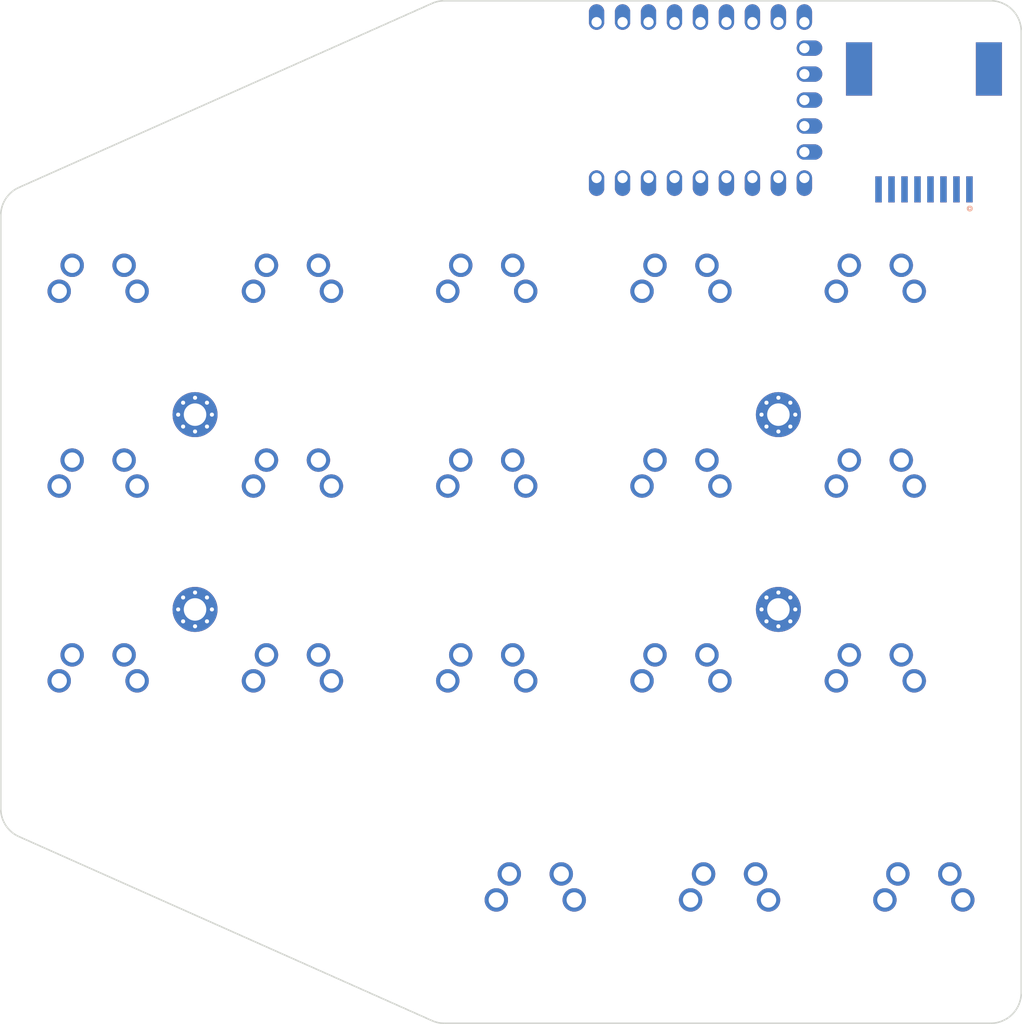
<source format=kicad_pcb>

            
(kicad_pcb (version 20171130) (host pcbnew 5.1.6)

  (page A3)
  (title_block
    (title atma_pcb)
    (rev v1.0.0)
    (company Unknown)
  )

  (general
    (thickness 1.6)
  )

  (layers
    (0 F.Cu signal)
    (31 B.Cu signal)
    (32 B.Adhes user)
    (33 F.Adhes user)
    (34 B.Paste user)
    (35 F.Paste user)
    (36 B.SilkS user)
    (37 F.SilkS user)
    (38 B.Mask user)
    (39 F.Mask user)
    (40 Dwgs.User user)
    (41 Cmts.User user)
    (42 Eco1.User user)
    (43 Eco2.User user)
    (44 Edge.Cuts user)
    (45 Margin user)
    (46 B.CrtYd user)
    (47 F.CrtYd user)
    (48 B.Fab user)
    (49 F.Fab user)
  )

  (setup
    (last_trace_width 0.25)
    (trace_clearance 0.2)
    (zone_clearance 0.508)
    (zone_45_only no)
    (trace_min 0.2)
    (via_size 0.8)
    (via_drill 0.4)
    (via_min_size 0.4)
    (via_min_drill 0.3)
    (uvia_size 0.3)
    (uvia_drill 0.1)
    (uvias_allowed no)
    (uvia_min_size 0.2)
    (uvia_min_drill 0.1)
    (edge_width 0.05)
    (segment_width 0.2)
    (pcb_text_width 0.3)
    (pcb_text_size 1.5 1.5)
    (mod_edge_width 0.12)
    (mod_text_size 1 1)
    (mod_text_width 0.15)
    (pad_size 1.524 1.524)
    (pad_drill 0.762)
    (pad_to_mask_clearance 0.05)
    (aux_axis_origin 0 0)
    (visible_elements FFFFFF7F)
    (pcbplotparams
      (layerselection 0x010fc_ffffffff)
      (usegerberextensions false)
      (usegerberattributes true)
      (usegerberadvancedattributes true)
      (creategerberjobfile true)
      (excludeedgelayer true)
      (linewidth 0.100000)
      (plotframeref false)
      (viasonmask false)
      (mode 1)
      (useauxorigin false)
      (hpglpennumber 1)
      (hpglpenspeed 20)
      (hpglpendiameter 15.000000)
      (psnegative false)
      (psa4output false)
      (plotreference true)
      (plotvalue true)
      (plotinvisibletext false)
      (padsonsilk false)
      (subtractmaskfromsilk false)
      (outputformat 1)
      (mirror false)
      (drillshape 1)
      (scaleselection 1)
      (outputdirectory ""))
  )

            (net 0 "")
(net 1 "matrix_pinky_bottom")
(net 2 "GND")
(net 3 "matrix_pinky_home")
(net 4 "matrix_pinky_top")
(net 5 "matrix_ring_bottom")
(net 6 "matrix_ring_home")
(net 7 "matrix_ring_top")
(net 8 "matrix_middle_bottom")
(net 9 "matrix_middle_home")
(net 10 "matrix_middle_top")
(net 11 "matrix_index_bottom")
(net 12 "matrix_index_home")
(net 13 "matrix_index_top")
(net 14 "matrix_inner_bottom")
(net 15 "matrix_inner_home")
(net 16 "matrix_inner_top")
(net 17 "thumbfan_near_home")
(net 18 "thumbfan_home_home")
(net 19 "thumbfan_far_home")
(net 20 "GP8")
(net 21 "GP9")
(net 22 "3V3")
(net 23 "5V")
            
  (net_class Default "This is the default net class."
    (clearance 0.2)
    (trace_width 0.25)
    (via_dia 0.8)
    (via_drill 0.4)
    (uvia_dia 0.3)
    (uvia_drill 0.1)
    (add_net "")
(add_net "matrix_pinky_bottom")
(add_net "GND")
(add_net "matrix_pinky_home")
(add_net "matrix_pinky_top")
(add_net "matrix_ring_bottom")
(add_net "matrix_ring_home")
(add_net "matrix_ring_top")
(add_net "matrix_middle_bottom")
(add_net "matrix_middle_home")
(add_net "matrix_middle_top")
(add_net "matrix_index_bottom")
(add_net "matrix_index_home")
(add_net "matrix_index_top")
(add_net "matrix_inner_bottom")
(add_net "matrix_inner_home")
(add_net "matrix_inner_top")
(add_net "thumbfan_near_home")
(add_net "thumbfan_home_home")
(add_net "thumbfan_far_home")
(add_net "GP8")
(add_net "GP9")
(add_net "3V3")
(add_net "5V")
  )

            
        
      (module MX (layer F.Cu) (tedit 5DD4F656)
      (at 152.4 152.4 0)

      
      (fp_text reference "S1" (at 0 0) (layer F.SilkS) hide (effects (font (size 1.27 1.27) (thickness 0.15))))
      (fp_text value "" (at 0 0) (layer F.SilkS) hide (effects (font (size 1.27 1.27) (thickness 0.15))))

      
      (fp_line (start -7 -6) (end -7 -7) (layer Dwgs.User) (width 0.15))
      (fp_line (start -7 7) (end -6 7) (layer Dwgs.User) (width 0.15))
      (fp_line (start -6 -7) (end -7 -7) (layer Dwgs.User) (width 0.15))
      (fp_line (start -7 7) (end -7 6) (layer Dwgs.User) (width 0.15))
      (fp_line (start 7 6) (end 7 7) (layer Dwgs.User) (width 0.15))
      (fp_line (start 7 -7) (end 6 -7) (layer Dwgs.User) (width 0.15))
      (fp_line (start 6 7) (end 7 7) (layer Dwgs.User) (width 0.15))
      (fp_line (start 7 -7) (end 7 -6) (layer Dwgs.User) (width 0.15))
    
      
      (pad "" np_thru_hole circle (at 0 0) (size 3.9878 3.9878) (drill 3.9878) (layers *.Cu *.Mask))

      
      (pad "" np_thru_hole circle (at 5.08 0) (size 1.7018 1.7018) (drill 1.7018) (layers *.Cu *.Mask))
      (pad "" np_thru_hole circle (at -5.08 0) (size 1.7018 1.7018) (drill 1.7018) (layers *.Cu *.Mask))
      
        
      
      (fp_line (start -9.5 -9.5) (end 9.5 -9.5) (layer Dwgs.User) (width 0.15))
      (fp_line (start 9.5 -9.5) (end 9.5 9.5) (layer Dwgs.User) (width 0.15))
      (fp_line (start 9.5 9.5) (end -9.5 9.5) (layer Dwgs.User) (width 0.15))
      (fp_line (start -9.5 9.5) (end -9.5 -9.5) (layer Dwgs.User) (width 0.15))
      
        
            
            (pad 1 thru_hole circle (at 2.54 -5.08) (size 2.286 2.286) (drill 1.4986) (layers *.Cu *.Mask) (net 1 "matrix_pinky_bottom"))
            (pad 2 thru_hole circle (at -3.81 -2.54) (size 2.286 2.286) (drill 1.4986) (layers *.Cu *.Mask) (net 2 "GND"))
          
            (pad "" np_thru_hole circle (at 2.54 5.08) (size 1.5 1.5) (drill 1.5) (layers *.Cu *.Mask))
            (pad "" np_thru_hole circle (at -3.81 2.54) (size 1.5 1.5) (drill 1.5) (layers *.Cu *.Mask))
          
        
            
            (pad 1 thru_hole circle (at -2.54 -5.08) (size 2.286 2.286) (drill 1.4986) (layers *.Cu *.Mask) (net 1 "matrix_pinky_bottom"))
            (pad 2 thru_hole circle (at 3.81 -2.54) (size 2.286 2.286) (drill 1.4986) (layers *.Cu *.Mask) (net 2 "GND"))
          
            (pad "" np_thru_hole circle (at -2.54 5.08) (size 1.5 1.5) (drill 1.5) (layers *.Cu *.Mask))
            (pad "" np_thru_hole circle (at 3.81 2.54) (size 1.5 1.5) (drill 1.5) (layers *.Cu *.Mask))
          )
        

        
      (module MX (layer F.Cu) (tedit 5DD4F656)
      (at 152.4 133.35 0)

      
      (fp_text reference "S2" (at 0 0) (layer F.SilkS) hide (effects (font (size 1.27 1.27) (thickness 0.15))))
      (fp_text value "" (at 0 0) (layer F.SilkS) hide (effects (font (size 1.27 1.27) (thickness 0.15))))

      
      (fp_line (start -7 -6) (end -7 -7) (layer Dwgs.User) (width 0.15))
      (fp_line (start -7 7) (end -6 7) (layer Dwgs.User) (width 0.15))
      (fp_line (start -6 -7) (end -7 -7) (layer Dwgs.User) (width 0.15))
      (fp_line (start -7 7) (end -7 6) (layer Dwgs.User) (width 0.15))
      (fp_line (start 7 6) (end 7 7) (layer Dwgs.User) (width 0.15))
      (fp_line (start 7 -7) (end 6 -7) (layer Dwgs.User) (width 0.15))
      (fp_line (start 6 7) (end 7 7) (layer Dwgs.User) (width 0.15))
      (fp_line (start 7 -7) (end 7 -6) (layer Dwgs.User) (width 0.15))
    
      
      (pad "" np_thru_hole circle (at 0 0) (size 3.9878 3.9878) (drill 3.9878) (layers *.Cu *.Mask))

      
      (pad "" np_thru_hole circle (at 5.08 0) (size 1.7018 1.7018) (drill 1.7018) (layers *.Cu *.Mask))
      (pad "" np_thru_hole circle (at -5.08 0) (size 1.7018 1.7018) (drill 1.7018) (layers *.Cu *.Mask))
      
        
      
      (fp_line (start -9.5 -9.5) (end 9.5 -9.5) (layer Dwgs.User) (width 0.15))
      (fp_line (start 9.5 -9.5) (end 9.5 9.5) (layer Dwgs.User) (width 0.15))
      (fp_line (start 9.5 9.5) (end -9.5 9.5) (layer Dwgs.User) (width 0.15))
      (fp_line (start -9.5 9.5) (end -9.5 -9.5) (layer Dwgs.User) (width 0.15))
      
        
            
            (pad 1 thru_hole circle (at 2.54 -5.08) (size 2.286 2.286) (drill 1.4986) (layers *.Cu *.Mask) (net 3 "matrix_pinky_home"))
            (pad 2 thru_hole circle (at -3.81 -2.54) (size 2.286 2.286) (drill 1.4986) (layers *.Cu *.Mask) (net 2 "GND"))
          
            (pad "" np_thru_hole circle (at 2.54 5.08) (size 1.5 1.5) (drill 1.5) (layers *.Cu *.Mask))
            (pad "" np_thru_hole circle (at -3.81 2.54) (size 1.5 1.5) (drill 1.5) (layers *.Cu *.Mask))
          
        
            
            (pad 1 thru_hole circle (at -2.54 -5.08) (size 2.286 2.286) (drill 1.4986) (layers *.Cu *.Mask) (net 3 "matrix_pinky_home"))
            (pad 2 thru_hole circle (at 3.81 -2.54) (size 2.286 2.286) (drill 1.4986) (layers *.Cu *.Mask) (net 2 "GND"))
          
            (pad "" np_thru_hole circle (at -2.54 5.08) (size 1.5 1.5) (drill 1.5) (layers *.Cu *.Mask))
            (pad "" np_thru_hole circle (at 3.81 2.54) (size 1.5 1.5) (drill 1.5) (layers *.Cu *.Mask))
          )
        

        
      (module MX (layer F.Cu) (tedit 5DD4F656)
      (at 152.4 114.3 0)

      
      (fp_text reference "S3" (at 0 0) (layer F.SilkS) hide (effects (font (size 1.27 1.27) (thickness 0.15))))
      (fp_text value "" (at 0 0) (layer F.SilkS) hide (effects (font (size 1.27 1.27) (thickness 0.15))))

      
      (fp_line (start -7 -6) (end -7 -7) (layer Dwgs.User) (width 0.15))
      (fp_line (start -7 7) (end -6 7) (layer Dwgs.User) (width 0.15))
      (fp_line (start -6 -7) (end -7 -7) (layer Dwgs.User) (width 0.15))
      (fp_line (start -7 7) (end -7 6) (layer Dwgs.User) (width 0.15))
      (fp_line (start 7 6) (end 7 7) (layer Dwgs.User) (width 0.15))
      (fp_line (start 7 -7) (end 6 -7) (layer Dwgs.User) (width 0.15))
      (fp_line (start 6 7) (end 7 7) (layer Dwgs.User) (width 0.15))
      (fp_line (start 7 -7) (end 7 -6) (layer Dwgs.User) (width 0.15))
    
      
      (pad "" np_thru_hole circle (at 0 0) (size 3.9878 3.9878) (drill 3.9878) (layers *.Cu *.Mask))

      
      (pad "" np_thru_hole circle (at 5.08 0) (size 1.7018 1.7018) (drill 1.7018) (layers *.Cu *.Mask))
      (pad "" np_thru_hole circle (at -5.08 0) (size 1.7018 1.7018) (drill 1.7018) (layers *.Cu *.Mask))
      
        
      
      (fp_line (start -9.5 -9.5) (end 9.5 -9.5) (layer Dwgs.User) (width 0.15))
      (fp_line (start 9.5 -9.5) (end 9.5 9.5) (layer Dwgs.User) (width 0.15))
      (fp_line (start 9.5 9.5) (end -9.5 9.5) (layer Dwgs.User) (width 0.15))
      (fp_line (start -9.5 9.5) (end -9.5 -9.5) (layer Dwgs.User) (width 0.15))
      
        
            
            (pad 1 thru_hole circle (at 2.54 -5.08) (size 2.286 2.286) (drill 1.4986) (layers *.Cu *.Mask) (net 4 "matrix_pinky_top"))
            (pad 2 thru_hole circle (at -3.81 -2.54) (size 2.286 2.286) (drill 1.4986) (layers *.Cu *.Mask) (net 2 "GND"))
          
            (pad "" np_thru_hole circle (at 2.54 5.08) (size 1.5 1.5) (drill 1.5) (layers *.Cu *.Mask))
            (pad "" np_thru_hole circle (at -3.81 2.54) (size 1.5 1.5) (drill 1.5) (layers *.Cu *.Mask))
          
        
            
            (pad 1 thru_hole circle (at -2.54 -5.08) (size 2.286 2.286) (drill 1.4986) (layers *.Cu *.Mask) (net 4 "matrix_pinky_top"))
            (pad 2 thru_hole circle (at 3.81 -2.54) (size 2.286 2.286) (drill 1.4986) (layers *.Cu *.Mask) (net 2 "GND"))
          
            (pad "" np_thru_hole circle (at -2.54 5.08) (size 1.5 1.5) (drill 1.5) (layers *.Cu *.Mask))
            (pad "" np_thru_hole circle (at 3.81 2.54) (size 1.5 1.5) (drill 1.5) (layers *.Cu *.Mask))
          )
        

        
      (module MX (layer F.Cu) (tedit 5DD4F656)
      (at 171.4 152.4 0)

      
      (fp_text reference "S4" (at 0 0) (layer F.SilkS) hide (effects (font (size 1.27 1.27) (thickness 0.15))))
      (fp_text value "" (at 0 0) (layer F.SilkS) hide (effects (font (size 1.27 1.27) (thickness 0.15))))

      
      (fp_line (start -7 -6) (end -7 -7) (layer Dwgs.User) (width 0.15))
      (fp_line (start -7 7) (end -6 7) (layer Dwgs.User) (width 0.15))
      (fp_line (start -6 -7) (end -7 -7) (layer Dwgs.User) (width 0.15))
      (fp_line (start -7 7) (end -7 6) (layer Dwgs.User) (width 0.15))
      (fp_line (start 7 6) (end 7 7) (layer Dwgs.User) (width 0.15))
      (fp_line (start 7 -7) (end 6 -7) (layer Dwgs.User) (width 0.15))
      (fp_line (start 6 7) (end 7 7) (layer Dwgs.User) (width 0.15))
      (fp_line (start 7 -7) (end 7 -6) (layer Dwgs.User) (width 0.15))
    
      
      (pad "" np_thru_hole circle (at 0 0) (size 3.9878 3.9878) (drill 3.9878) (layers *.Cu *.Mask))

      
      (pad "" np_thru_hole circle (at 5.08 0) (size 1.7018 1.7018) (drill 1.7018) (layers *.Cu *.Mask))
      (pad "" np_thru_hole circle (at -5.08 0) (size 1.7018 1.7018) (drill 1.7018) (layers *.Cu *.Mask))
      
        
      
      (fp_line (start -9.5 -9.5) (end 9.5 -9.5) (layer Dwgs.User) (width 0.15))
      (fp_line (start 9.5 -9.5) (end 9.5 9.5) (layer Dwgs.User) (width 0.15))
      (fp_line (start 9.5 9.5) (end -9.5 9.5) (layer Dwgs.User) (width 0.15))
      (fp_line (start -9.5 9.5) (end -9.5 -9.5) (layer Dwgs.User) (width 0.15))
      
        
            
            (pad 1 thru_hole circle (at 2.54 -5.08) (size 2.286 2.286) (drill 1.4986) (layers *.Cu *.Mask) (net 5 "matrix_ring_bottom"))
            (pad 2 thru_hole circle (at -3.81 -2.54) (size 2.286 2.286) (drill 1.4986) (layers *.Cu *.Mask) (net 2 "GND"))
          
            (pad "" np_thru_hole circle (at 2.54 5.08) (size 1.5 1.5) (drill 1.5) (layers *.Cu *.Mask))
            (pad "" np_thru_hole circle (at -3.81 2.54) (size 1.5 1.5) (drill 1.5) (layers *.Cu *.Mask))
          
        
            
            (pad 1 thru_hole circle (at -2.54 -5.08) (size 2.286 2.286) (drill 1.4986) (layers *.Cu *.Mask) (net 5 "matrix_ring_bottom"))
            (pad 2 thru_hole circle (at 3.81 -2.54) (size 2.286 2.286) (drill 1.4986) (layers *.Cu *.Mask) (net 2 "GND"))
          
            (pad "" np_thru_hole circle (at -2.54 5.08) (size 1.5 1.5) (drill 1.5) (layers *.Cu *.Mask))
            (pad "" np_thru_hole circle (at 3.81 2.54) (size 1.5 1.5) (drill 1.5) (layers *.Cu *.Mask))
          )
        

        
      (module MX (layer F.Cu) (tedit 5DD4F656)
      (at 171.4 133.35 0)

      
      (fp_text reference "S5" (at 0 0) (layer F.SilkS) hide (effects (font (size 1.27 1.27) (thickness 0.15))))
      (fp_text value "" (at 0 0) (layer F.SilkS) hide (effects (font (size 1.27 1.27) (thickness 0.15))))

      
      (fp_line (start -7 -6) (end -7 -7) (layer Dwgs.User) (width 0.15))
      (fp_line (start -7 7) (end -6 7) (layer Dwgs.User) (width 0.15))
      (fp_line (start -6 -7) (end -7 -7) (layer Dwgs.User) (width 0.15))
      (fp_line (start -7 7) (end -7 6) (layer Dwgs.User) (width 0.15))
      (fp_line (start 7 6) (end 7 7) (layer Dwgs.User) (width 0.15))
      (fp_line (start 7 -7) (end 6 -7) (layer Dwgs.User) (width 0.15))
      (fp_line (start 6 7) (end 7 7) (layer Dwgs.User) (width 0.15))
      (fp_line (start 7 -7) (end 7 -6) (layer Dwgs.User) (width 0.15))
    
      
      (pad "" np_thru_hole circle (at 0 0) (size 3.9878 3.9878) (drill 3.9878) (layers *.Cu *.Mask))

      
      (pad "" np_thru_hole circle (at 5.08 0) (size 1.7018 1.7018) (drill 1.7018) (layers *.Cu *.Mask))
      (pad "" np_thru_hole circle (at -5.08 0) (size 1.7018 1.7018) (drill 1.7018) (layers *.Cu *.Mask))
      
        
      
      (fp_line (start -9.5 -9.5) (end 9.5 -9.5) (layer Dwgs.User) (width 0.15))
      (fp_line (start 9.5 -9.5) (end 9.5 9.5) (layer Dwgs.User) (width 0.15))
      (fp_line (start 9.5 9.5) (end -9.5 9.5) (layer Dwgs.User) (width 0.15))
      (fp_line (start -9.5 9.5) (end -9.5 -9.5) (layer Dwgs.User) (width 0.15))
      
        
            
            (pad 1 thru_hole circle (at 2.54 -5.08) (size 2.286 2.286) (drill 1.4986) (layers *.Cu *.Mask) (net 6 "matrix_ring_home"))
            (pad 2 thru_hole circle (at -3.81 -2.54) (size 2.286 2.286) (drill 1.4986) (layers *.Cu *.Mask) (net 2 "GND"))
          
            (pad "" np_thru_hole circle (at 2.54 5.08) (size 1.5 1.5) (drill 1.5) (layers *.Cu *.Mask))
            (pad "" np_thru_hole circle (at -3.81 2.54) (size 1.5 1.5) (drill 1.5) (layers *.Cu *.Mask))
          
        
            
            (pad 1 thru_hole circle (at -2.54 -5.08) (size 2.286 2.286) (drill 1.4986) (layers *.Cu *.Mask) (net 6 "matrix_ring_home"))
            (pad 2 thru_hole circle (at 3.81 -2.54) (size 2.286 2.286) (drill 1.4986) (layers *.Cu *.Mask) (net 2 "GND"))
          
            (pad "" np_thru_hole circle (at -2.54 5.08) (size 1.5 1.5) (drill 1.5) (layers *.Cu *.Mask))
            (pad "" np_thru_hole circle (at 3.81 2.54) (size 1.5 1.5) (drill 1.5) (layers *.Cu *.Mask))
          )
        

        
      (module MX (layer F.Cu) (tedit 5DD4F656)
      (at 171.4 114.3 0)

      
      (fp_text reference "S6" (at 0 0) (layer F.SilkS) hide (effects (font (size 1.27 1.27) (thickness 0.15))))
      (fp_text value "" (at 0 0) (layer F.SilkS) hide (effects (font (size 1.27 1.27) (thickness 0.15))))

      
      (fp_line (start -7 -6) (end -7 -7) (layer Dwgs.User) (width 0.15))
      (fp_line (start -7 7) (end -6 7) (layer Dwgs.User) (width 0.15))
      (fp_line (start -6 -7) (end -7 -7) (layer Dwgs.User) (width 0.15))
      (fp_line (start -7 7) (end -7 6) (layer Dwgs.User) (width 0.15))
      (fp_line (start 7 6) (end 7 7) (layer Dwgs.User) (width 0.15))
      (fp_line (start 7 -7) (end 6 -7) (layer Dwgs.User) (width 0.15))
      (fp_line (start 6 7) (end 7 7) (layer Dwgs.User) (width 0.15))
      (fp_line (start 7 -7) (end 7 -6) (layer Dwgs.User) (width 0.15))
    
      
      (pad "" np_thru_hole circle (at 0 0) (size 3.9878 3.9878) (drill 3.9878) (layers *.Cu *.Mask))

      
      (pad "" np_thru_hole circle (at 5.08 0) (size 1.7018 1.7018) (drill 1.7018) (layers *.Cu *.Mask))
      (pad "" np_thru_hole circle (at -5.08 0) (size 1.7018 1.7018) (drill 1.7018) (layers *.Cu *.Mask))
      
        
      
      (fp_line (start -9.5 -9.5) (end 9.5 -9.5) (layer Dwgs.User) (width 0.15))
      (fp_line (start 9.5 -9.5) (end 9.5 9.5) (layer Dwgs.User) (width 0.15))
      (fp_line (start 9.5 9.5) (end -9.5 9.5) (layer Dwgs.User) (width 0.15))
      (fp_line (start -9.5 9.5) (end -9.5 -9.5) (layer Dwgs.User) (width 0.15))
      
        
            
            (pad 1 thru_hole circle (at 2.54 -5.08) (size 2.286 2.286) (drill 1.4986) (layers *.Cu *.Mask) (net 7 "matrix_ring_top"))
            (pad 2 thru_hole circle (at -3.81 -2.54) (size 2.286 2.286) (drill 1.4986) (layers *.Cu *.Mask) (net 2 "GND"))
          
            (pad "" np_thru_hole circle (at 2.54 5.08) (size 1.5 1.5) (drill 1.5) (layers *.Cu *.Mask))
            (pad "" np_thru_hole circle (at -3.81 2.54) (size 1.5 1.5) (drill 1.5) (layers *.Cu *.Mask))
          
        
            
            (pad 1 thru_hole circle (at -2.54 -5.08) (size 2.286 2.286) (drill 1.4986) (layers *.Cu *.Mask) (net 7 "matrix_ring_top"))
            (pad 2 thru_hole circle (at 3.81 -2.54) (size 2.286 2.286) (drill 1.4986) (layers *.Cu *.Mask) (net 2 "GND"))
          
            (pad "" np_thru_hole circle (at -2.54 5.08) (size 1.5 1.5) (drill 1.5) (layers *.Cu *.Mask))
            (pad "" np_thru_hole circle (at 3.81 2.54) (size 1.5 1.5) (drill 1.5) (layers *.Cu *.Mask))
          )
        

        
      (module MX (layer F.Cu) (tedit 5DD4F656)
      (at 190.4 152.4 0)

      
      (fp_text reference "S7" (at 0 0) (layer F.SilkS) hide (effects (font (size 1.27 1.27) (thickness 0.15))))
      (fp_text value "" (at 0 0) (layer F.SilkS) hide (effects (font (size 1.27 1.27) (thickness 0.15))))

      
      (fp_line (start -7 -6) (end -7 -7) (layer Dwgs.User) (width 0.15))
      (fp_line (start -7 7) (end -6 7) (layer Dwgs.User) (width 0.15))
      (fp_line (start -6 -7) (end -7 -7) (layer Dwgs.User) (width 0.15))
      (fp_line (start -7 7) (end -7 6) (layer Dwgs.User) (width 0.15))
      (fp_line (start 7 6) (end 7 7) (layer Dwgs.User) (width 0.15))
      (fp_line (start 7 -7) (end 6 -7) (layer Dwgs.User) (width 0.15))
      (fp_line (start 6 7) (end 7 7) (layer Dwgs.User) (width 0.15))
      (fp_line (start 7 -7) (end 7 -6) (layer Dwgs.User) (width 0.15))
    
      
      (pad "" np_thru_hole circle (at 0 0) (size 3.9878 3.9878) (drill 3.9878) (layers *.Cu *.Mask))

      
      (pad "" np_thru_hole circle (at 5.08 0) (size 1.7018 1.7018) (drill 1.7018) (layers *.Cu *.Mask))
      (pad "" np_thru_hole circle (at -5.08 0) (size 1.7018 1.7018) (drill 1.7018) (layers *.Cu *.Mask))
      
        
      
      (fp_line (start -9.5 -9.5) (end 9.5 -9.5) (layer Dwgs.User) (width 0.15))
      (fp_line (start 9.5 -9.5) (end 9.5 9.5) (layer Dwgs.User) (width 0.15))
      (fp_line (start 9.5 9.5) (end -9.5 9.5) (layer Dwgs.User) (width 0.15))
      (fp_line (start -9.5 9.5) (end -9.5 -9.5) (layer Dwgs.User) (width 0.15))
      
        
            
            (pad 1 thru_hole circle (at 2.54 -5.08) (size 2.286 2.286) (drill 1.4986) (layers *.Cu *.Mask) (net 8 "matrix_middle_bottom"))
            (pad 2 thru_hole circle (at -3.81 -2.54) (size 2.286 2.286) (drill 1.4986) (layers *.Cu *.Mask) (net 2 "GND"))
          
            (pad "" np_thru_hole circle (at 2.54 5.08) (size 1.5 1.5) (drill 1.5) (layers *.Cu *.Mask))
            (pad "" np_thru_hole circle (at -3.81 2.54) (size 1.5 1.5) (drill 1.5) (layers *.Cu *.Mask))
          
        
            
            (pad 1 thru_hole circle (at -2.54 -5.08) (size 2.286 2.286) (drill 1.4986) (layers *.Cu *.Mask) (net 8 "matrix_middle_bottom"))
            (pad 2 thru_hole circle (at 3.81 -2.54) (size 2.286 2.286) (drill 1.4986) (layers *.Cu *.Mask) (net 2 "GND"))
          
            (pad "" np_thru_hole circle (at -2.54 5.08) (size 1.5 1.5) (drill 1.5) (layers *.Cu *.Mask))
            (pad "" np_thru_hole circle (at 3.81 2.54) (size 1.5 1.5) (drill 1.5) (layers *.Cu *.Mask))
          )
        

        
      (module MX (layer F.Cu) (tedit 5DD4F656)
      (at 190.4 133.35 0)

      
      (fp_text reference "S8" (at 0 0) (layer F.SilkS) hide (effects (font (size 1.27 1.27) (thickness 0.15))))
      (fp_text value "" (at 0 0) (layer F.SilkS) hide (effects (font (size 1.27 1.27) (thickness 0.15))))

      
      (fp_line (start -7 -6) (end -7 -7) (layer Dwgs.User) (width 0.15))
      (fp_line (start -7 7) (end -6 7) (layer Dwgs.User) (width 0.15))
      (fp_line (start -6 -7) (end -7 -7) (layer Dwgs.User) (width 0.15))
      (fp_line (start -7 7) (end -7 6) (layer Dwgs.User) (width 0.15))
      (fp_line (start 7 6) (end 7 7) (layer Dwgs.User) (width 0.15))
      (fp_line (start 7 -7) (end 6 -7) (layer Dwgs.User) (width 0.15))
      (fp_line (start 6 7) (end 7 7) (layer Dwgs.User) (width 0.15))
      (fp_line (start 7 -7) (end 7 -6) (layer Dwgs.User) (width 0.15))
    
      
      (pad "" np_thru_hole circle (at 0 0) (size 3.9878 3.9878) (drill 3.9878) (layers *.Cu *.Mask))

      
      (pad "" np_thru_hole circle (at 5.08 0) (size 1.7018 1.7018) (drill 1.7018) (layers *.Cu *.Mask))
      (pad "" np_thru_hole circle (at -5.08 0) (size 1.7018 1.7018) (drill 1.7018) (layers *.Cu *.Mask))
      
        
      
      (fp_line (start -9.5 -9.5) (end 9.5 -9.5) (layer Dwgs.User) (width 0.15))
      (fp_line (start 9.5 -9.5) (end 9.5 9.5) (layer Dwgs.User) (width 0.15))
      (fp_line (start 9.5 9.5) (end -9.5 9.5) (layer Dwgs.User) (width 0.15))
      (fp_line (start -9.5 9.5) (end -9.5 -9.5) (layer Dwgs.User) (width 0.15))
      
        
            
            (pad 1 thru_hole circle (at 2.54 -5.08) (size 2.286 2.286) (drill 1.4986) (layers *.Cu *.Mask) (net 9 "matrix_middle_home"))
            (pad 2 thru_hole circle (at -3.81 -2.54) (size 2.286 2.286) (drill 1.4986) (layers *.Cu *.Mask) (net 2 "GND"))
          
            (pad "" np_thru_hole circle (at 2.54 5.08) (size 1.5 1.5) (drill 1.5) (layers *.Cu *.Mask))
            (pad "" np_thru_hole circle (at -3.81 2.54) (size 1.5 1.5) (drill 1.5) (layers *.Cu *.Mask))
          
        
            
            (pad 1 thru_hole circle (at -2.54 -5.08) (size 2.286 2.286) (drill 1.4986) (layers *.Cu *.Mask) (net 9 "matrix_middle_home"))
            (pad 2 thru_hole circle (at 3.81 -2.54) (size 2.286 2.286) (drill 1.4986) (layers *.Cu *.Mask) (net 2 "GND"))
          
            (pad "" np_thru_hole circle (at -2.54 5.08) (size 1.5 1.5) (drill 1.5) (layers *.Cu *.Mask))
            (pad "" np_thru_hole circle (at 3.81 2.54) (size 1.5 1.5) (drill 1.5) (layers *.Cu *.Mask))
          )
        

        
      (module MX (layer F.Cu) (tedit 5DD4F656)
      (at 190.4 114.3 0)

      
      (fp_text reference "S9" (at 0 0) (layer F.SilkS) hide (effects (font (size 1.27 1.27) (thickness 0.15))))
      (fp_text value "" (at 0 0) (layer F.SilkS) hide (effects (font (size 1.27 1.27) (thickness 0.15))))

      
      (fp_line (start -7 -6) (end -7 -7) (layer Dwgs.User) (width 0.15))
      (fp_line (start -7 7) (end -6 7) (layer Dwgs.User) (width 0.15))
      (fp_line (start -6 -7) (end -7 -7) (layer Dwgs.User) (width 0.15))
      (fp_line (start -7 7) (end -7 6) (layer Dwgs.User) (width 0.15))
      (fp_line (start 7 6) (end 7 7) (layer Dwgs.User) (width 0.15))
      (fp_line (start 7 -7) (end 6 -7) (layer Dwgs.User) (width 0.15))
      (fp_line (start 6 7) (end 7 7) (layer Dwgs.User) (width 0.15))
      (fp_line (start 7 -7) (end 7 -6) (layer Dwgs.User) (width 0.15))
    
      
      (pad "" np_thru_hole circle (at 0 0) (size 3.9878 3.9878) (drill 3.9878) (layers *.Cu *.Mask))

      
      (pad "" np_thru_hole circle (at 5.08 0) (size 1.7018 1.7018) (drill 1.7018) (layers *.Cu *.Mask))
      (pad "" np_thru_hole circle (at -5.08 0) (size 1.7018 1.7018) (drill 1.7018) (layers *.Cu *.Mask))
      
        
      
      (fp_line (start -9.5 -9.5) (end 9.5 -9.5) (layer Dwgs.User) (width 0.15))
      (fp_line (start 9.5 -9.5) (end 9.5 9.5) (layer Dwgs.User) (width 0.15))
      (fp_line (start 9.5 9.5) (end -9.5 9.5) (layer Dwgs.User) (width 0.15))
      (fp_line (start -9.5 9.5) (end -9.5 -9.5) (layer Dwgs.User) (width 0.15))
      
        
            
            (pad 1 thru_hole circle (at 2.54 -5.08) (size 2.286 2.286) (drill 1.4986) (layers *.Cu *.Mask) (net 10 "matrix_middle_top"))
            (pad 2 thru_hole circle (at -3.81 -2.54) (size 2.286 2.286) (drill 1.4986) (layers *.Cu *.Mask) (net 2 "GND"))
          
            (pad "" np_thru_hole circle (at 2.54 5.08) (size 1.5 1.5) (drill 1.5) (layers *.Cu *.Mask))
            (pad "" np_thru_hole circle (at -3.81 2.54) (size 1.5 1.5) (drill 1.5) (layers *.Cu *.Mask))
          
        
            
            (pad 1 thru_hole circle (at -2.54 -5.08) (size 2.286 2.286) (drill 1.4986) (layers *.Cu *.Mask) (net 10 "matrix_middle_top"))
            (pad 2 thru_hole circle (at 3.81 -2.54) (size 2.286 2.286) (drill 1.4986) (layers *.Cu *.Mask) (net 2 "GND"))
          
            (pad "" np_thru_hole circle (at -2.54 5.08) (size 1.5 1.5) (drill 1.5) (layers *.Cu *.Mask))
            (pad "" np_thru_hole circle (at 3.81 2.54) (size 1.5 1.5) (drill 1.5) (layers *.Cu *.Mask))
          )
        

        
      (module MX (layer F.Cu) (tedit 5DD4F656)
      (at 209.4 152.4 0)

      
      (fp_text reference "S10" (at 0 0) (layer F.SilkS) hide (effects (font (size 1.27 1.27) (thickness 0.15))))
      (fp_text value "" (at 0 0) (layer F.SilkS) hide (effects (font (size 1.27 1.27) (thickness 0.15))))

      
      (fp_line (start -7 -6) (end -7 -7) (layer Dwgs.User) (width 0.15))
      (fp_line (start -7 7) (end -6 7) (layer Dwgs.User) (width 0.15))
      (fp_line (start -6 -7) (end -7 -7) (layer Dwgs.User) (width 0.15))
      (fp_line (start -7 7) (end -7 6) (layer Dwgs.User) (width 0.15))
      (fp_line (start 7 6) (end 7 7) (layer Dwgs.User) (width 0.15))
      (fp_line (start 7 -7) (end 6 -7) (layer Dwgs.User) (width 0.15))
      (fp_line (start 6 7) (end 7 7) (layer Dwgs.User) (width 0.15))
      (fp_line (start 7 -7) (end 7 -6) (layer Dwgs.User) (width 0.15))
    
      
      (pad "" np_thru_hole circle (at 0 0) (size 3.9878 3.9878) (drill 3.9878) (layers *.Cu *.Mask))

      
      (pad "" np_thru_hole circle (at 5.08 0) (size 1.7018 1.7018) (drill 1.7018) (layers *.Cu *.Mask))
      (pad "" np_thru_hole circle (at -5.08 0) (size 1.7018 1.7018) (drill 1.7018) (layers *.Cu *.Mask))
      
        
      
      (fp_line (start -9.5 -9.5) (end 9.5 -9.5) (layer Dwgs.User) (width 0.15))
      (fp_line (start 9.5 -9.5) (end 9.5 9.5) (layer Dwgs.User) (width 0.15))
      (fp_line (start 9.5 9.5) (end -9.5 9.5) (layer Dwgs.User) (width 0.15))
      (fp_line (start -9.5 9.5) (end -9.5 -9.5) (layer Dwgs.User) (width 0.15))
      
        
            
            (pad 1 thru_hole circle (at 2.54 -5.08) (size 2.286 2.286) (drill 1.4986) (layers *.Cu *.Mask) (net 11 "matrix_index_bottom"))
            (pad 2 thru_hole circle (at -3.81 -2.54) (size 2.286 2.286) (drill 1.4986) (layers *.Cu *.Mask) (net 2 "GND"))
          
            (pad "" np_thru_hole circle (at 2.54 5.08) (size 1.5 1.5) (drill 1.5) (layers *.Cu *.Mask))
            (pad "" np_thru_hole circle (at -3.81 2.54) (size 1.5 1.5) (drill 1.5) (layers *.Cu *.Mask))
          
        
            
            (pad 1 thru_hole circle (at -2.54 -5.08) (size 2.286 2.286) (drill 1.4986) (layers *.Cu *.Mask) (net 11 "matrix_index_bottom"))
            (pad 2 thru_hole circle (at 3.81 -2.54) (size 2.286 2.286) (drill 1.4986) (layers *.Cu *.Mask) (net 2 "GND"))
          
            (pad "" np_thru_hole circle (at -2.54 5.08) (size 1.5 1.5) (drill 1.5) (layers *.Cu *.Mask))
            (pad "" np_thru_hole circle (at 3.81 2.54) (size 1.5 1.5) (drill 1.5) (layers *.Cu *.Mask))
          )
        

        
      (module MX (layer F.Cu) (tedit 5DD4F656)
      (at 209.4 133.35 0)

      
      (fp_text reference "S11" (at 0 0) (layer F.SilkS) hide (effects (font (size 1.27 1.27) (thickness 0.15))))
      (fp_text value "" (at 0 0) (layer F.SilkS) hide (effects (font (size 1.27 1.27) (thickness 0.15))))

      
      (fp_line (start -7 -6) (end -7 -7) (layer Dwgs.User) (width 0.15))
      (fp_line (start -7 7) (end -6 7) (layer Dwgs.User) (width 0.15))
      (fp_line (start -6 -7) (end -7 -7) (layer Dwgs.User) (width 0.15))
      (fp_line (start -7 7) (end -7 6) (layer Dwgs.User) (width 0.15))
      (fp_line (start 7 6) (end 7 7) (layer Dwgs.User) (width 0.15))
      (fp_line (start 7 -7) (end 6 -7) (layer Dwgs.User) (width 0.15))
      (fp_line (start 6 7) (end 7 7) (layer Dwgs.User) (width 0.15))
      (fp_line (start 7 -7) (end 7 -6) (layer Dwgs.User) (width 0.15))
    
      
      (pad "" np_thru_hole circle (at 0 0) (size 3.9878 3.9878) (drill 3.9878) (layers *.Cu *.Mask))

      
      (pad "" np_thru_hole circle (at 5.08 0) (size 1.7018 1.7018) (drill 1.7018) (layers *.Cu *.Mask))
      (pad "" np_thru_hole circle (at -5.08 0) (size 1.7018 1.7018) (drill 1.7018) (layers *.Cu *.Mask))
      
        
      
      (fp_line (start -9.5 -9.5) (end 9.5 -9.5) (layer Dwgs.User) (width 0.15))
      (fp_line (start 9.5 -9.5) (end 9.5 9.5) (layer Dwgs.User) (width 0.15))
      (fp_line (start 9.5 9.5) (end -9.5 9.5) (layer Dwgs.User) (width 0.15))
      (fp_line (start -9.5 9.5) (end -9.5 -9.5) (layer Dwgs.User) (width 0.15))
      
        
            
            (pad 1 thru_hole circle (at 2.54 -5.08) (size 2.286 2.286) (drill 1.4986) (layers *.Cu *.Mask) (net 12 "matrix_index_home"))
            (pad 2 thru_hole circle (at -3.81 -2.54) (size 2.286 2.286) (drill 1.4986) (layers *.Cu *.Mask) (net 2 "GND"))
          
            (pad "" np_thru_hole circle (at 2.54 5.08) (size 1.5 1.5) (drill 1.5) (layers *.Cu *.Mask))
            (pad "" np_thru_hole circle (at -3.81 2.54) (size 1.5 1.5) (drill 1.5) (layers *.Cu *.Mask))
          
        
            
            (pad 1 thru_hole circle (at -2.54 -5.08) (size 2.286 2.286) (drill 1.4986) (layers *.Cu *.Mask) (net 12 "matrix_index_home"))
            (pad 2 thru_hole circle (at 3.81 -2.54) (size 2.286 2.286) (drill 1.4986) (layers *.Cu *.Mask) (net 2 "GND"))
          
            (pad "" np_thru_hole circle (at -2.54 5.08) (size 1.5 1.5) (drill 1.5) (layers *.Cu *.Mask))
            (pad "" np_thru_hole circle (at 3.81 2.54) (size 1.5 1.5) (drill 1.5) (layers *.Cu *.Mask))
          )
        

        
      (module MX (layer F.Cu) (tedit 5DD4F656)
      (at 209.4 114.3 0)

      
      (fp_text reference "S12" (at 0 0) (layer F.SilkS) hide (effects (font (size 1.27 1.27) (thickness 0.15))))
      (fp_text value "" (at 0 0) (layer F.SilkS) hide (effects (font (size 1.27 1.27) (thickness 0.15))))

      
      (fp_line (start -7 -6) (end -7 -7) (layer Dwgs.User) (width 0.15))
      (fp_line (start -7 7) (end -6 7) (layer Dwgs.User) (width 0.15))
      (fp_line (start -6 -7) (end -7 -7) (layer Dwgs.User) (width 0.15))
      (fp_line (start -7 7) (end -7 6) (layer Dwgs.User) (width 0.15))
      (fp_line (start 7 6) (end 7 7) (layer Dwgs.User) (width 0.15))
      (fp_line (start 7 -7) (end 6 -7) (layer Dwgs.User) (width 0.15))
      (fp_line (start 6 7) (end 7 7) (layer Dwgs.User) (width 0.15))
      (fp_line (start 7 -7) (end 7 -6) (layer Dwgs.User) (width 0.15))
    
      
      (pad "" np_thru_hole circle (at 0 0) (size 3.9878 3.9878) (drill 3.9878) (layers *.Cu *.Mask))

      
      (pad "" np_thru_hole circle (at 5.08 0) (size 1.7018 1.7018) (drill 1.7018) (layers *.Cu *.Mask))
      (pad "" np_thru_hole circle (at -5.08 0) (size 1.7018 1.7018) (drill 1.7018) (layers *.Cu *.Mask))
      
        
      
      (fp_line (start -9.5 -9.5) (end 9.5 -9.5) (layer Dwgs.User) (width 0.15))
      (fp_line (start 9.5 -9.5) (end 9.5 9.5) (layer Dwgs.User) (width 0.15))
      (fp_line (start 9.5 9.5) (end -9.5 9.5) (layer Dwgs.User) (width 0.15))
      (fp_line (start -9.5 9.5) (end -9.5 -9.5) (layer Dwgs.User) (width 0.15))
      
        
            
            (pad 1 thru_hole circle (at 2.54 -5.08) (size 2.286 2.286) (drill 1.4986) (layers *.Cu *.Mask) (net 13 "matrix_index_top"))
            (pad 2 thru_hole circle (at -3.81 -2.54) (size 2.286 2.286) (drill 1.4986) (layers *.Cu *.Mask) (net 2 "GND"))
          
            (pad "" np_thru_hole circle (at 2.54 5.08) (size 1.5 1.5) (drill 1.5) (layers *.Cu *.Mask))
            (pad "" np_thru_hole circle (at -3.81 2.54) (size 1.5 1.5) (drill 1.5) (layers *.Cu *.Mask))
          
        
            
            (pad 1 thru_hole circle (at -2.54 -5.08) (size 2.286 2.286) (drill 1.4986) (layers *.Cu *.Mask) (net 13 "matrix_index_top"))
            (pad 2 thru_hole circle (at 3.81 -2.54) (size 2.286 2.286) (drill 1.4986) (layers *.Cu *.Mask) (net 2 "GND"))
          
            (pad "" np_thru_hole circle (at -2.54 5.08) (size 1.5 1.5) (drill 1.5) (layers *.Cu *.Mask))
            (pad "" np_thru_hole circle (at 3.81 2.54) (size 1.5 1.5) (drill 1.5) (layers *.Cu *.Mask))
          )
        

        
      (module MX (layer F.Cu) (tedit 5DD4F656)
      (at 228.4 152.4 0)

      
      (fp_text reference "S13" (at 0 0) (layer F.SilkS) hide (effects (font (size 1.27 1.27) (thickness 0.15))))
      (fp_text value "" (at 0 0) (layer F.SilkS) hide (effects (font (size 1.27 1.27) (thickness 0.15))))

      
      (fp_line (start -7 -6) (end -7 -7) (layer Dwgs.User) (width 0.15))
      (fp_line (start -7 7) (end -6 7) (layer Dwgs.User) (width 0.15))
      (fp_line (start -6 -7) (end -7 -7) (layer Dwgs.User) (width 0.15))
      (fp_line (start -7 7) (end -7 6) (layer Dwgs.User) (width 0.15))
      (fp_line (start 7 6) (end 7 7) (layer Dwgs.User) (width 0.15))
      (fp_line (start 7 -7) (end 6 -7) (layer Dwgs.User) (width 0.15))
      (fp_line (start 6 7) (end 7 7) (layer Dwgs.User) (width 0.15))
      (fp_line (start 7 -7) (end 7 -6) (layer Dwgs.User) (width 0.15))
    
      
      (pad "" np_thru_hole circle (at 0 0) (size 3.9878 3.9878) (drill 3.9878) (layers *.Cu *.Mask))

      
      (pad "" np_thru_hole circle (at 5.08 0) (size 1.7018 1.7018) (drill 1.7018) (layers *.Cu *.Mask))
      (pad "" np_thru_hole circle (at -5.08 0) (size 1.7018 1.7018) (drill 1.7018) (layers *.Cu *.Mask))
      
        
      
      (fp_line (start -9.5 -9.5) (end 9.5 -9.5) (layer Dwgs.User) (width 0.15))
      (fp_line (start 9.5 -9.5) (end 9.5 9.5) (layer Dwgs.User) (width 0.15))
      (fp_line (start 9.5 9.5) (end -9.5 9.5) (layer Dwgs.User) (width 0.15))
      (fp_line (start -9.5 9.5) (end -9.5 -9.5) (layer Dwgs.User) (width 0.15))
      
        
            
            (pad 1 thru_hole circle (at 2.54 -5.08) (size 2.286 2.286) (drill 1.4986) (layers *.Cu *.Mask) (net 14 "matrix_inner_bottom"))
            (pad 2 thru_hole circle (at -3.81 -2.54) (size 2.286 2.286) (drill 1.4986) (layers *.Cu *.Mask) (net 2 "GND"))
          
            (pad "" np_thru_hole circle (at 2.54 5.08) (size 1.5 1.5) (drill 1.5) (layers *.Cu *.Mask))
            (pad "" np_thru_hole circle (at -3.81 2.54) (size 1.5 1.5) (drill 1.5) (layers *.Cu *.Mask))
          
        
            
            (pad 1 thru_hole circle (at -2.54 -5.08) (size 2.286 2.286) (drill 1.4986) (layers *.Cu *.Mask) (net 14 "matrix_inner_bottom"))
            (pad 2 thru_hole circle (at 3.81 -2.54) (size 2.286 2.286) (drill 1.4986) (layers *.Cu *.Mask) (net 2 "GND"))
          
            (pad "" np_thru_hole circle (at -2.54 5.08) (size 1.5 1.5) (drill 1.5) (layers *.Cu *.Mask))
            (pad "" np_thru_hole circle (at 3.81 2.54) (size 1.5 1.5) (drill 1.5) (layers *.Cu *.Mask))
          )
        

        
      (module MX (layer F.Cu) (tedit 5DD4F656)
      (at 228.4 133.35 0)

      
      (fp_text reference "S14" (at 0 0) (layer F.SilkS) hide (effects (font (size 1.27 1.27) (thickness 0.15))))
      (fp_text value "" (at 0 0) (layer F.SilkS) hide (effects (font (size 1.27 1.27) (thickness 0.15))))

      
      (fp_line (start -7 -6) (end -7 -7) (layer Dwgs.User) (width 0.15))
      (fp_line (start -7 7) (end -6 7) (layer Dwgs.User) (width 0.15))
      (fp_line (start -6 -7) (end -7 -7) (layer Dwgs.User) (width 0.15))
      (fp_line (start -7 7) (end -7 6) (layer Dwgs.User) (width 0.15))
      (fp_line (start 7 6) (end 7 7) (layer Dwgs.User) (width 0.15))
      (fp_line (start 7 -7) (end 6 -7) (layer Dwgs.User) (width 0.15))
      (fp_line (start 6 7) (end 7 7) (layer Dwgs.User) (width 0.15))
      (fp_line (start 7 -7) (end 7 -6) (layer Dwgs.User) (width 0.15))
    
      
      (pad "" np_thru_hole circle (at 0 0) (size 3.9878 3.9878) (drill 3.9878) (layers *.Cu *.Mask))

      
      (pad "" np_thru_hole circle (at 5.08 0) (size 1.7018 1.7018) (drill 1.7018) (layers *.Cu *.Mask))
      (pad "" np_thru_hole circle (at -5.08 0) (size 1.7018 1.7018) (drill 1.7018) (layers *.Cu *.Mask))
      
        
      
      (fp_line (start -9.5 -9.5) (end 9.5 -9.5) (layer Dwgs.User) (width 0.15))
      (fp_line (start 9.5 -9.5) (end 9.5 9.5) (layer Dwgs.User) (width 0.15))
      (fp_line (start 9.5 9.5) (end -9.5 9.5) (layer Dwgs.User) (width 0.15))
      (fp_line (start -9.5 9.5) (end -9.5 -9.5) (layer Dwgs.User) (width 0.15))
      
        
            
            (pad 1 thru_hole circle (at 2.54 -5.08) (size 2.286 2.286) (drill 1.4986) (layers *.Cu *.Mask) (net 15 "matrix_inner_home"))
            (pad 2 thru_hole circle (at -3.81 -2.54) (size 2.286 2.286) (drill 1.4986) (layers *.Cu *.Mask) (net 2 "GND"))
          
            (pad "" np_thru_hole circle (at 2.54 5.08) (size 1.5 1.5) (drill 1.5) (layers *.Cu *.Mask))
            (pad "" np_thru_hole circle (at -3.81 2.54) (size 1.5 1.5) (drill 1.5) (layers *.Cu *.Mask))
          
        
            
            (pad 1 thru_hole circle (at -2.54 -5.08) (size 2.286 2.286) (drill 1.4986) (layers *.Cu *.Mask) (net 15 "matrix_inner_home"))
            (pad 2 thru_hole circle (at 3.81 -2.54) (size 2.286 2.286) (drill 1.4986) (layers *.Cu *.Mask) (net 2 "GND"))
          
            (pad "" np_thru_hole circle (at -2.54 5.08) (size 1.5 1.5) (drill 1.5) (layers *.Cu *.Mask))
            (pad "" np_thru_hole circle (at 3.81 2.54) (size 1.5 1.5) (drill 1.5) (layers *.Cu *.Mask))
          )
        

        
      (module MX (layer F.Cu) (tedit 5DD4F656)
      (at 228.4 114.3 0)

      
      (fp_text reference "S15" (at 0 0) (layer F.SilkS) hide (effects (font (size 1.27 1.27) (thickness 0.15))))
      (fp_text value "" (at 0 0) (layer F.SilkS) hide (effects (font (size 1.27 1.27) (thickness 0.15))))

      
      (fp_line (start -7 -6) (end -7 -7) (layer Dwgs.User) (width 0.15))
      (fp_line (start -7 7) (end -6 7) (layer Dwgs.User) (width 0.15))
      (fp_line (start -6 -7) (end -7 -7) (layer Dwgs.User) (width 0.15))
      (fp_line (start -7 7) (end -7 6) (layer Dwgs.User) (width 0.15))
      (fp_line (start 7 6) (end 7 7) (layer Dwgs.User) (width 0.15))
      (fp_line (start 7 -7) (end 6 -7) (layer Dwgs.User) (width 0.15))
      (fp_line (start 6 7) (end 7 7) (layer Dwgs.User) (width 0.15))
      (fp_line (start 7 -7) (end 7 -6) (layer Dwgs.User) (width 0.15))
    
      
      (pad "" np_thru_hole circle (at 0 0) (size 3.9878 3.9878) (drill 3.9878) (layers *.Cu *.Mask))

      
      (pad "" np_thru_hole circle (at 5.08 0) (size 1.7018 1.7018) (drill 1.7018) (layers *.Cu *.Mask))
      (pad "" np_thru_hole circle (at -5.08 0) (size 1.7018 1.7018) (drill 1.7018) (layers *.Cu *.Mask))
      
        
      
      (fp_line (start -9.5 -9.5) (end 9.5 -9.5) (layer Dwgs.User) (width 0.15))
      (fp_line (start 9.5 -9.5) (end 9.5 9.5) (layer Dwgs.User) (width 0.15))
      (fp_line (start 9.5 9.5) (end -9.5 9.5) (layer Dwgs.User) (width 0.15))
      (fp_line (start -9.5 9.5) (end -9.5 -9.5) (layer Dwgs.User) (width 0.15))
      
        
            
            (pad 1 thru_hole circle (at 2.54 -5.08) (size 2.286 2.286) (drill 1.4986) (layers *.Cu *.Mask) (net 16 "matrix_inner_top"))
            (pad 2 thru_hole circle (at -3.81 -2.54) (size 2.286 2.286) (drill 1.4986) (layers *.Cu *.Mask) (net 2 "GND"))
          
            (pad "" np_thru_hole circle (at 2.54 5.08) (size 1.5 1.5) (drill 1.5) (layers *.Cu *.Mask))
            (pad "" np_thru_hole circle (at -3.81 2.54) (size 1.5 1.5) (drill 1.5) (layers *.Cu *.Mask))
          
        
            
            (pad 1 thru_hole circle (at -2.54 -5.08) (size 2.286 2.286) (drill 1.4986) (layers *.Cu *.Mask) (net 16 "matrix_inner_top"))
            (pad 2 thru_hole circle (at 3.81 -2.54) (size 2.286 2.286) (drill 1.4986) (layers *.Cu *.Mask) (net 2 "GND"))
          
            (pad "" np_thru_hole circle (at -2.54 5.08) (size 1.5 1.5) (drill 1.5) (layers *.Cu *.Mask))
            (pad "" np_thru_hole circle (at 3.81 2.54) (size 1.5 1.5) (drill 1.5) (layers *.Cu *.Mask))
          )
        

        
      (module MX (layer F.Cu) (tedit 5DD4F656)
      (at 195.15 173.82500000000002 0)

      
      (fp_text reference "S16" (at 0 0) (layer F.SilkS) hide (effects (font (size 1.27 1.27) (thickness 0.15))))
      (fp_text value "" (at 0 0) (layer F.SilkS) hide (effects (font (size 1.27 1.27) (thickness 0.15))))

      
      (fp_line (start -7 -6) (end -7 -7) (layer Dwgs.User) (width 0.15))
      (fp_line (start -7 7) (end -6 7) (layer Dwgs.User) (width 0.15))
      (fp_line (start -6 -7) (end -7 -7) (layer Dwgs.User) (width 0.15))
      (fp_line (start -7 7) (end -7 6) (layer Dwgs.User) (width 0.15))
      (fp_line (start 7 6) (end 7 7) (layer Dwgs.User) (width 0.15))
      (fp_line (start 7 -7) (end 6 -7) (layer Dwgs.User) (width 0.15))
      (fp_line (start 6 7) (end 7 7) (layer Dwgs.User) (width 0.15))
      (fp_line (start 7 -7) (end 7 -6) (layer Dwgs.User) (width 0.15))
    
      
      (pad "" np_thru_hole circle (at 0 0) (size 3.9878 3.9878) (drill 3.9878) (layers *.Cu *.Mask))

      
      (pad "" np_thru_hole circle (at 5.08 0) (size 1.7018 1.7018) (drill 1.7018) (layers *.Cu *.Mask))
      (pad "" np_thru_hole circle (at -5.08 0) (size 1.7018 1.7018) (drill 1.7018) (layers *.Cu *.Mask))
      
        
      
      (fp_line (start -9.5 -9.5) (end 9.5 -9.5) (layer Dwgs.User) (width 0.15))
      (fp_line (start 9.5 -9.5) (end 9.5 9.5) (layer Dwgs.User) (width 0.15))
      (fp_line (start 9.5 9.5) (end -9.5 9.5) (layer Dwgs.User) (width 0.15))
      (fp_line (start -9.5 9.5) (end -9.5 -9.5) (layer Dwgs.User) (width 0.15))
      
        
            
            (pad 1 thru_hole circle (at 2.54 -5.08) (size 2.286 2.286) (drill 1.4986) (layers *.Cu *.Mask) (net 17 "thumbfan_near_home"))
            (pad 2 thru_hole circle (at -3.81 -2.54) (size 2.286 2.286) (drill 1.4986) (layers *.Cu *.Mask) (net 2 "GND"))
          
            (pad "" np_thru_hole circle (at 2.54 5.08) (size 1.5 1.5) (drill 1.5) (layers *.Cu *.Mask))
            (pad "" np_thru_hole circle (at -3.81 2.54) (size 1.5 1.5) (drill 1.5) (layers *.Cu *.Mask))
          
        
            
            (pad 1 thru_hole circle (at -2.54 -5.08) (size 2.286 2.286) (drill 1.4986) (layers *.Cu *.Mask) (net 17 "thumbfan_near_home"))
            (pad 2 thru_hole circle (at 3.81 -2.54) (size 2.286 2.286) (drill 1.4986) (layers *.Cu *.Mask) (net 2 "GND"))
          
            (pad "" np_thru_hole circle (at -2.54 5.08) (size 1.5 1.5) (drill 1.5) (layers *.Cu *.Mask))
            (pad "" np_thru_hole circle (at 3.81 2.54) (size 1.5 1.5) (drill 1.5) (layers *.Cu *.Mask))
          )
        

        
      (module MX (layer F.Cu) (tedit 5DD4F656)
      (at 214.15 173.82500000000002 0)

      
      (fp_text reference "S17" (at 0 0) (layer F.SilkS) hide (effects (font (size 1.27 1.27) (thickness 0.15))))
      (fp_text value "" (at 0 0) (layer F.SilkS) hide (effects (font (size 1.27 1.27) (thickness 0.15))))

      
      (fp_line (start -7 -6) (end -7 -7) (layer Dwgs.User) (width 0.15))
      (fp_line (start -7 7) (end -6 7) (layer Dwgs.User) (width 0.15))
      (fp_line (start -6 -7) (end -7 -7) (layer Dwgs.User) (width 0.15))
      (fp_line (start -7 7) (end -7 6) (layer Dwgs.User) (width 0.15))
      (fp_line (start 7 6) (end 7 7) (layer Dwgs.User) (width 0.15))
      (fp_line (start 7 -7) (end 6 -7) (layer Dwgs.User) (width 0.15))
      (fp_line (start 6 7) (end 7 7) (layer Dwgs.User) (width 0.15))
      (fp_line (start 7 -7) (end 7 -6) (layer Dwgs.User) (width 0.15))
    
      
      (pad "" np_thru_hole circle (at 0 0) (size 3.9878 3.9878) (drill 3.9878) (layers *.Cu *.Mask))

      
      (pad "" np_thru_hole circle (at 5.08 0) (size 1.7018 1.7018) (drill 1.7018) (layers *.Cu *.Mask))
      (pad "" np_thru_hole circle (at -5.08 0) (size 1.7018 1.7018) (drill 1.7018) (layers *.Cu *.Mask))
      
        
      
      (fp_line (start -9.5 -9.5) (end 9.5 -9.5) (layer Dwgs.User) (width 0.15))
      (fp_line (start 9.5 -9.5) (end 9.5 9.5) (layer Dwgs.User) (width 0.15))
      (fp_line (start 9.5 9.5) (end -9.5 9.5) (layer Dwgs.User) (width 0.15))
      (fp_line (start -9.5 9.5) (end -9.5 -9.5) (layer Dwgs.User) (width 0.15))
      
        
            
            (pad 1 thru_hole circle (at 2.54 -5.08) (size 2.286 2.286) (drill 1.4986) (layers *.Cu *.Mask) (net 18 "thumbfan_home_home"))
            (pad 2 thru_hole circle (at -3.81 -2.54) (size 2.286 2.286) (drill 1.4986) (layers *.Cu *.Mask) (net 2 "GND"))
          
            (pad "" np_thru_hole circle (at 2.54 5.08) (size 1.5 1.5) (drill 1.5) (layers *.Cu *.Mask))
            (pad "" np_thru_hole circle (at -3.81 2.54) (size 1.5 1.5) (drill 1.5) (layers *.Cu *.Mask))
          
        
            
            (pad 1 thru_hole circle (at -2.54 -5.08) (size 2.286 2.286) (drill 1.4986) (layers *.Cu *.Mask) (net 18 "thumbfan_home_home"))
            (pad 2 thru_hole circle (at 3.81 -2.54) (size 2.286 2.286) (drill 1.4986) (layers *.Cu *.Mask) (net 2 "GND"))
          
            (pad "" np_thru_hole circle (at -2.54 5.08) (size 1.5 1.5) (drill 1.5) (layers *.Cu *.Mask))
            (pad "" np_thru_hole circle (at 3.81 2.54) (size 1.5 1.5) (drill 1.5) (layers *.Cu *.Mask))
          )
        

        
      (module MX (layer F.Cu) (tedit 5DD4F656)
      (at 233.15 173.82500000000002 0)

      
      (fp_text reference "S18" (at 0 0) (layer F.SilkS) hide (effects (font (size 1.27 1.27) (thickness 0.15))))
      (fp_text value "" (at 0 0) (layer F.SilkS) hide (effects (font (size 1.27 1.27) (thickness 0.15))))

      
      (fp_line (start -7 -6) (end -7 -7) (layer Dwgs.User) (width 0.15))
      (fp_line (start -7 7) (end -6 7) (layer Dwgs.User) (width 0.15))
      (fp_line (start -6 -7) (end -7 -7) (layer Dwgs.User) (width 0.15))
      (fp_line (start -7 7) (end -7 6) (layer Dwgs.User) (width 0.15))
      (fp_line (start 7 6) (end 7 7) (layer Dwgs.User) (width 0.15))
      (fp_line (start 7 -7) (end 6 -7) (layer Dwgs.User) (width 0.15))
      (fp_line (start 6 7) (end 7 7) (layer Dwgs.User) (width 0.15))
      (fp_line (start 7 -7) (end 7 -6) (layer Dwgs.User) (width 0.15))
    
      
      (pad "" np_thru_hole circle (at 0 0) (size 3.9878 3.9878) (drill 3.9878) (layers *.Cu *.Mask))

      
      (pad "" np_thru_hole circle (at 5.08 0) (size 1.7018 1.7018) (drill 1.7018) (layers *.Cu *.Mask))
      (pad "" np_thru_hole circle (at -5.08 0) (size 1.7018 1.7018) (drill 1.7018) (layers *.Cu *.Mask))
      
        
      
      (fp_line (start -9.5 -9.5) (end 9.5 -9.5) (layer Dwgs.User) (width 0.15))
      (fp_line (start 9.5 -9.5) (end 9.5 9.5) (layer Dwgs.User) (width 0.15))
      (fp_line (start 9.5 9.5) (end -9.5 9.5) (layer Dwgs.User) (width 0.15))
      (fp_line (start -9.5 9.5) (end -9.5 -9.5) (layer Dwgs.User) (width 0.15))
      
        
            
            (pad 1 thru_hole circle (at 2.54 -5.08) (size 2.286 2.286) (drill 1.4986) (layers *.Cu *.Mask) (net 19 "thumbfan_far_home"))
            (pad 2 thru_hole circle (at -3.81 -2.54) (size 2.286 2.286) (drill 1.4986) (layers *.Cu *.Mask) (net 2 "GND"))
          
            (pad "" np_thru_hole circle (at 2.54 5.08) (size 1.5 1.5) (drill 1.5) (layers *.Cu *.Mask))
            (pad "" np_thru_hole circle (at -3.81 2.54) (size 1.5 1.5) (drill 1.5) (layers *.Cu *.Mask))
          
        
            
            (pad 1 thru_hole circle (at -2.54 -5.08) (size 2.286 2.286) (drill 1.4986) (layers *.Cu *.Mask) (net 19 "thumbfan_far_home"))
            (pad 2 thru_hole circle (at 3.81 -2.54) (size 2.286 2.286) (drill 1.4986) (layers *.Cu *.Mask) (net 2 "GND"))
          
            (pad "" np_thru_hole circle (at -2.54 5.08) (size 1.5 1.5) (drill 1.5) (layers *.Cu *.Mask))
            (pad "" np_thru_hole circle (at 3.81 2.54) (size 1.5 1.5) (drill 1.5) (layers *.Cu *.Mask))
          )
        

    (module rp2040_zero_tht_pads (layer F.Cu)
      (at 211.305 93.0625 90)
      (attr through_hole)
      (pad 1 thru_hole oval (at 7.62 -10.16 270) (size 2.5 1.5) (drill 1 (offset -0.5 0)) (layers *.Cu *.Mask) (tstamp a67b97a6-51fd-4a32-8231-3fd10436b6ab) (net 1 "matrix_pinky_bottom"))
      (pad 2 thru_hole oval (at 7.62 -7.62 270) (size 2.5 1.5) (drill 1 (offset -0.5 0)) (layers *.Cu *.Mask) (tstamp 68f7174d-ce7a-41b4-89f8-dd7e3ded57a1) (net 3 "matrix_pinky_home"))
      (pad 3 thru_hole oval (at 7.62 -5.08 270) (size 2.5 1.5) (drill 1 (offset -0.5 0)) (layers *.Cu *.Mask) (tstamp da7e6488-201f-4286-b86a-ca5aced3697a) (net 4 "matrix_pinky_top"))
      (pad 4 thru_hole oval (at 7.62 -2.54 270) (size 2.5 1.5) (drill 1 (offset -0.5 0)) (layers *.Cu *.Mask) (tstamp 2b7c4f37-42c0-4571-a44b-b808484d3d74) (net 7 "matrix_ring_top"))
      (pad 5 thru_hole oval (at 7.62 0 270) (size 2.5 1.5) (drill 1 (offset -0.5 0)) (layers *.Cu *.Mask) (tstamp abe3c03e-744a-4406-8e50-6a10745f0c43) (net 6 "matrix_ring_home"))
      (pad 6 thru_hole oval (at 7.62 2.54 270) (size 2.5 1.5) (drill 1 (offset -0.5 0)) (layers *.Cu *.Mask) (tstamp 771cb5c1-62ba-4cca-999e-cdcbe417213c) (net 5 "matrix_ring_bottom"))
      (pad 7 thru_hole oval (at 7.62 5.08 270) (size 2.5 1.5) (drill 1 (offset -0.5 0)) (layers *.Cu *.Mask) (tstamp 6a1ae8ee-dea6-4015-b83e-baf8fcdfaf0f) (net 8 "matrix_middle_bottom"))
      (pad 8 thru_hole oval (at 7.62 7.62 270) (size 2.5 1.5) (drill 1 (offset -0.5 0)) (layers *.Cu *.Mask) (tstamp 5a319d05-1a85-43fe-a179-ebcee7212a03) (net 9 "matrix_middle_home"))
      (pad 9 thru_hole oval (at 7.62 10.16 270) (size 2.5 1.5) (drill 1 (offset -0.5 0)) (layers *.Cu *.Mask) (tstamp 2e6b1f7e-e4c3-43a1-ae90-c85aa40696d5) (net 20 "GP8"))
      (pad 10 thru_hole oval (at 5.08 10.16 180) (size 2.5 1.5) (drill 1 (offset -0.5 0)) (layers *.Cu *.Mask) (tstamp 04d60995-4f82-4f17-8f82-2f27a0a779cc) (net 21 "GP9"))
      (pad 11 thru_hole oval (at 2.54 10.16 180) (size 2.5 1.5) (drill 1 (offset -0.5 0)) (layers *.Cu *.Mask) (tstamp 70abf340-8b3e-403e-a5e2-d8f35caa2f87) (net 10 "matrix_middle_top"))
      (pad 12 thru_hole oval (at 0 10.16 180) (size 2.5 1.5) (drill 1 (offset -0.5 0)) (layers *.Cu *.Mask) (tstamp 4f2f68c4-6fa0-45ce-b5c2-e911daddcd12) (net 14 "matrix_inner_bottom"))
      (pad 13 thru_hole oval (at -2.54 10.16 180) (size 2.5 1.5) (drill 1 (offset -0.5 0)) (layers *.Cu *.Mask) (tstamp 47993d80-a37e-426e-90c9-fd54b49ed166) (net 15 "matrix_inner_home"))
      (pad 14 thru_hole oval (at -5.08 10.16 180) (size 2.5 1.5) (drill 1 (offset -0.5 0)) (layers *.Cu *.Mask) (tstamp 0a4f1792-568b-402b-9700-fd4b01130ff8) (net 16 "matrix_inner_top"))
      (pad 15 thru_hole oval (at -7.62 10.16 90) (size 2.5 1.5) (drill 1 (offset -0.5 0)) (layers *.Cu *.Mask) (tstamp 867e444b-3681-4baf-9d08-1188c3544771) (net 13 "matrix_index_top"))
      (pad 16 thru_hole oval (at -7.62 7.62 90) (size 2.5 1.5) (drill 1 (offset -0.5 0)) (layers *.Cu *.Mask) (tstamp 9c4384c0-9a57-4262-8711-eec9b8ecb4c6) (net 12 "matrix_index_home"))
      (pad 17 thru_hole oval (at -7.62 5.08 90) (size 2.5 1.5) (drill 1 (offset -0.5 0)) (layers *.Cu *.Mask) (tstamp a20b891b-a240-411f-9914-9ac989f03074) (net 11 "matrix_index_bottom"))
      (pad 18 thru_hole oval (at -7.62 2.54 90) (size 2.5 1.5) (drill 1 (offset -0.5 0)) (layers *.Cu *.Mask) (tstamp 761a1a33-98a4-41af-9660-18c12d51b442) (net 19 "thumbfan_far_home"))
      (pad 19 thru_hole oval (at -7.62 0 90) (size 2.5 1.5) (drill 1 (offset -0.5 0)) (layers *.Cu *.Mask) (tstamp 2caa1d4c-02f2-443a-a145-dc5854878c73) (net 18 "thumbfan_home_home"))
      (pad 20 thru_hole oval (at -7.62 -2.54 90) (size 2.5 1.5) (drill 1 (offset -0.5 0)) (layers *.Cu *.Mask) (tstamp 1b7a2775-7631-4d4f-8b27-ab588adb3b7d) (net 17 "thumbfan_near_home"))
      (pad 21 thru_hole oval (at -7.62 -5.08 90) (size 2.5 1.5) (drill 1 (offset -0.5 0)) (layers *.Cu *.Mask) (tstamp 75b890e6-df6d-4a6e-acaa-0870cda0d189) (net 22 "3V3"))
      (pad 22 thru_hole oval (at -7.62 -7.62 90) (size 2.5 1.5) (drill 1 (offset -0.5 0)) (layers *.Cu *.Mask) (tstamp e4d9ec61-16f7-410d-891d-89481964ef82) (net 2 "GND"))
      (pad 23 thru_hole oval (at -7.62 -10.16 90) (size 2.5 1.5) (drill 1 (offset -0.5 0)) (layers *.Cu *.Mask) (tstamp 8a11f86e-586e-495d-a11e-a1e650589934) (net 23 "5V"))
    )
    

    (module "44144-0003" (layer F.Cu)
      (at 233.1625 100.965 180)
      (fp_line (start -7.62 0) (end 7.62 0) (layer F.Fab) (width 0.2))
      (fp_line (start 7.62 0) (end 7.62 16.89) (layer F.Fab) (width 0.2))
      (fp_line (start 7.62 16.89) (end -7.62 16.89) (layer F.Fab) (width 0.2))
      (fp_line (start -7.62 16.89) (end -7.62 0) (layer F.Fab) (width 0.2))
      (fp_circle (center -4.48 -2.704) (end -4.48 -2.61208) (layer F.SilkS) (width 0.2))

      (pad 1 smd rect (at -4.445 -0.83 180) (size 0.64 2.54) (layers F.Cu F.Paste F.Mask) (net 22 "3V3"))
      (pad 2 smd rect (at -3.175 -0.83 180) (size 0.64 2.54) (layers F.Cu F.Paste F.Mask) (net 2 "GND"))
      (pad 3 smd rect (at -1.905 -0.83 180) (size 0.64 2.54) (layers F.Cu F.Paste F.Mask) (net 20 "GP8"))
      (pad 4 smd rect (at -0.635 -0.83 180) (size 0.64 2.54) (layers F.Cu F.Paste F.Mask) (net 20 "GP8"))
      (pad 5 smd rect (at 0.635 -0.83 180) (size 0.64 2.54) (layers F.Cu F.Paste F.Mask) (net 21 "GP9"))
      (pad 6 smd rect (at 1.905 -0.83 180) (size 0.64 2.54) (layers F.Cu F.Paste F.Mask) (net 21 "GP9"))
      (pad 7 smd rect (at 3.175 -0.83 180) (size 0.64 2.54) (layers F.Cu F.Paste F.Mask) (net 2 "GND"))
      (pad 8 smd rect (at 4.445 -0.83 180) (size 0.64 2.54) (layers F.Cu F.Paste F.Mask) (net 22 "3V3"))
      (pad 9 smd rect (at -6.35 10.945 180) (size 2.54 5.21) (layers F.Cu F.Paste F.Mask))
      (pad 10 smd rect (at 6.35 10.945 180) (size 2.54 5.21) (layers F.Cu F.Paste F.Mask))

      (fp_line (start -7.62 0) (end 7.62 0) (layer B.Fab) (width 0.2))
      (fp_line (start 7.62 0) (end 7.62 16.89) (layer B.Fab) (width 0.2))
      (fp_line (start 7.62 16.89) (end -7.62 16.89) (layer B.Fab) (width 0.2))
      (fp_line (start -7.62 16.89) (end -7.62 0) (layer B.Fab) (width 0.2))
      (fp_circle (center -4.48 -2.704) (end -4.48 -2.61208) (layer B.SilkS) (width 0.2))

      (pad 1 smd rect (at -4.445 -0.83 180) (size 0.64 2.54) (layers B.Cu B.Paste B.Mask) (net 22 "3V3"))
      (pad 2 smd rect (at -3.175 -0.83 180) (size 0.64 2.54) (layers B.Cu B.Paste B.Mask) (net 2 "GND"))
      (pad 3 smd rect (at -1.905 -0.83 180) (size 0.64 2.54) (layers B.Cu B.Paste B.Mask) (net 20 "GP8"))
      (pad 4 smd rect (at -0.635 -0.83 180) (size 0.64 2.54) (layers B.Cu B.Paste B.Mask) (net 20 "GP8"))
      (pad 5 smd rect (at 0.635 -0.83 180) (size 0.64 2.54) (layers B.Cu B.Paste B.Mask) (net 21 "GP9"))
      (pad 6 smd rect (at 1.905 -0.83 180) (size 0.64 2.54) (layers B.Cu B.Paste B.Mask) (net 21 "GP9"))
      (pad 7 smd rect (at 3.175 -0.83 180) (size 0.64 2.54) (layers B.Cu B.Paste B.Mask) (net 2 "GND"))
      (pad 8 smd rect (at 4.445 -0.83 180) (size 0.64 2.54) (layers B.Cu B.Paste B.Mask) (net 22 "3V3"))
      (pad 9 smd rect (at -6.35 10.945 180) (size 2.54 5.21) (layers B.Cu B.Paste B.Mask))
      (pad 10 smd rect (at 6.35 10.945 180) (size 2.54 5.21) (layers B.Cu B.Paste B.Mask))

    )
    

    (module "MountingHole_2.2mm_M2_Pad_Via" (version 20210722) (generator pcbnew) (layer "F.Cu")
      (tedit 56DDB9C7)
      (at 161.875 123.82499999999999 0) 
    
      (fp_text reference "_3" (at 0 -3.2) (layer "F.SilkS") hide 
        (effects (font (size 1 1) (thickness 0.15)))
        (tstamp b68bb25c-687d-44b1-b966-dad4cac66b35)
      )
    
      (fp_circle (center 0 0) (end 2.45 0) (layer "F.CrtYd") (width 0.05) (fill none) (tstamp b2688462-c375-45d3-9095-3425fb17c88f))
      (pad "1" thru_hole circle locked (at 1.166726 1.166726) (size 0.7 0.7) (drill 0.4) (layers *.Cu *.Mask) (tstamp 2a7fc905-328f-4bbb-9222-ca8d15d03a86))
      (pad "1" thru_hole circle locked (at 0 0) (size 4.4 4.4) (drill 2.2) (layers *.Cu *.Mask) (tstamp 47ee1d53-0551-4b6d-bc24-3f3f14c73c36))
      (pad "1" thru_hole circle locked (at 0 1.65) (size 0.7 0.7) (drill 0.4) (layers *.Cu *.Mask) (tstamp 4eef65bc-4add-40d7-8319-14dcdbae0d44))
      (pad "1" thru_hole circle locked (at 1.166726 -1.166726) (size 0.7 0.7) (drill 0.4) (layers *.Cu *.Mask) (tstamp 56155f4d-2ebc-4ad4-8d82-7aa7846deba8))
      (pad "1" thru_hole circle locked (at -1.65 0) (size 0.7 0.7) (drill 0.4) (layers *.Cu *.Mask) (tstamp 787d6162-1d3c-4def-859e-6532ce27c1ef))
      (pad "1" thru_hole circle locked (at -1.166726 -1.166726) (size 0.7 0.7) (drill 0.4) (layers *.Cu *.Mask) (tstamp 8d699d12-7099-4814-bbe6-11bc74c6e8b2))
      (pad "1" thru_hole circle locked (at -1.166726 1.166726) (size 0.7 0.7) (drill 0.4) (layers *.Cu *.Mask) (tstamp 95ab0420-a56b-46ee-98ad-5072a1a93a6f))
      (pad "1" thru_hole circle locked (at 1.65 0) (size 0.7 0.7) (drill 0.4) (layers *.Cu *.Mask) (tstamp cde0acf2-b3b4-46de-9f6e-3ab519744000))
      (pad "1" thru_hole circle locked (at 0 -1.65) (size 0.7 0.7) (drill 0.4) (layers *.Cu *.Mask) (tstamp ff0de415-ae11-46fb-b780-c24aee621212))
    )

    (module "MountingHole_2.2mm_M2_Pad_Via" (version 20210722) (generator pcbnew) (layer "F.Cu")
      (tedit 56DDB9C7)
      (at 161.875 142.875 0) 
    
      (fp_text reference "_4" (at 0 -3.2) (layer "F.SilkS") hide 
        (effects (font (size 1 1) (thickness 0.15)))
        (tstamp b68bb25c-687d-44b1-b966-dad4cac66b35)
      )
    
      (fp_circle (center 0 0) (end 2.45 0) (layer "F.CrtYd") (width 0.05) (fill none) (tstamp b2688462-c375-45d3-9095-3425fb17c88f))
      (pad "1" thru_hole circle locked (at 1.166726 1.166726) (size 0.7 0.7) (drill 0.4) (layers *.Cu *.Mask) (tstamp 2a7fc905-328f-4bbb-9222-ca8d15d03a86))
      (pad "1" thru_hole circle locked (at 0 0) (size 4.4 4.4) (drill 2.2) (layers *.Cu *.Mask) (tstamp 47ee1d53-0551-4b6d-bc24-3f3f14c73c36))
      (pad "1" thru_hole circle locked (at 0 1.65) (size 0.7 0.7) (drill 0.4) (layers *.Cu *.Mask) (tstamp 4eef65bc-4add-40d7-8319-14dcdbae0d44))
      (pad "1" thru_hole circle locked (at 1.166726 -1.166726) (size 0.7 0.7) (drill 0.4) (layers *.Cu *.Mask) (tstamp 56155f4d-2ebc-4ad4-8d82-7aa7846deba8))
      (pad "1" thru_hole circle locked (at -1.65 0) (size 0.7 0.7) (drill 0.4) (layers *.Cu *.Mask) (tstamp 787d6162-1d3c-4def-859e-6532ce27c1ef))
      (pad "1" thru_hole circle locked (at -1.166726 -1.166726) (size 0.7 0.7) (drill 0.4) (layers *.Cu *.Mask) (tstamp 8d699d12-7099-4814-bbe6-11bc74c6e8b2))
      (pad "1" thru_hole circle locked (at -1.166726 1.166726) (size 0.7 0.7) (drill 0.4) (layers *.Cu *.Mask) (tstamp 95ab0420-a56b-46ee-98ad-5072a1a93a6f))
      (pad "1" thru_hole circle locked (at 1.65 0) (size 0.7 0.7) (drill 0.4) (layers *.Cu *.Mask) (tstamp cde0acf2-b3b4-46de-9f6e-3ab519744000))
      (pad "1" thru_hole circle locked (at 0 -1.65) (size 0.7 0.7) (drill 0.4) (layers *.Cu *.Mask) (tstamp ff0de415-ae11-46fb-b780-c24aee621212))
    )

    (module "MountingHole_2.2mm_M2_Pad_Via" (version 20210722) (generator pcbnew) (layer "F.Cu")
      (tedit 56DDB9C7)
      (at 218.925 123.82499999999999 0) 
    
      (fp_text reference "_5" (at 0 -3.2) (layer "F.SilkS") hide 
        (effects (font (size 1 1) (thickness 0.15)))
        (tstamp b68bb25c-687d-44b1-b966-dad4cac66b35)
      )
    
      (fp_circle (center 0 0) (end 2.45 0) (layer "F.CrtYd") (width 0.05) (fill none) (tstamp b2688462-c375-45d3-9095-3425fb17c88f))
      (pad "1" thru_hole circle locked (at 1.166726 1.166726) (size 0.7 0.7) (drill 0.4) (layers *.Cu *.Mask) (tstamp 2a7fc905-328f-4bbb-9222-ca8d15d03a86))
      (pad "1" thru_hole circle locked (at 0 0) (size 4.4 4.4) (drill 2.2) (layers *.Cu *.Mask) (tstamp 47ee1d53-0551-4b6d-bc24-3f3f14c73c36))
      (pad "1" thru_hole circle locked (at 0 1.65) (size 0.7 0.7) (drill 0.4) (layers *.Cu *.Mask) (tstamp 4eef65bc-4add-40d7-8319-14dcdbae0d44))
      (pad "1" thru_hole circle locked (at 1.166726 -1.166726) (size 0.7 0.7) (drill 0.4) (layers *.Cu *.Mask) (tstamp 56155f4d-2ebc-4ad4-8d82-7aa7846deba8))
      (pad "1" thru_hole circle locked (at -1.65 0) (size 0.7 0.7) (drill 0.4) (layers *.Cu *.Mask) (tstamp 787d6162-1d3c-4def-859e-6532ce27c1ef))
      (pad "1" thru_hole circle locked (at -1.166726 -1.166726) (size 0.7 0.7) (drill 0.4) (layers *.Cu *.Mask) (tstamp 8d699d12-7099-4814-bbe6-11bc74c6e8b2))
      (pad "1" thru_hole circle locked (at -1.166726 1.166726) (size 0.7 0.7) (drill 0.4) (layers *.Cu *.Mask) (tstamp 95ab0420-a56b-46ee-98ad-5072a1a93a6f))
      (pad "1" thru_hole circle locked (at 1.65 0) (size 0.7 0.7) (drill 0.4) (layers *.Cu *.Mask) (tstamp cde0acf2-b3b4-46de-9f6e-3ab519744000))
      (pad "1" thru_hole circle locked (at 0 -1.65) (size 0.7 0.7) (drill 0.4) (layers *.Cu *.Mask) (tstamp ff0de415-ae11-46fb-b780-c24aee621212))
    )

    (module "MountingHole_2.2mm_M2_Pad_Via" (version 20210722) (generator pcbnew) (layer "F.Cu")
      (tedit 56DDB9C7)
      (at 218.925 142.875 0) 
    
      (fp_text reference "_6" (at 0 -3.2) (layer "F.SilkS") hide 
        (effects (font (size 1 1) (thickness 0.15)))
        (tstamp b68bb25c-687d-44b1-b966-dad4cac66b35)
      )
    
      (fp_circle (center 0 0) (end 2.45 0) (layer "F.CrtYd") (width 0.05) (fill none) (tstamp b2688462-c375-45d3-9095-3425fb17c88f))
      (pad "1" thru_hole circle locked (at 1.166726 1.166726) (size 0.7 0.7) (drill 0.4) (layers *.Cu *.Mask) (tstamp 2a7fc905-328f-4bbb-9222-ca8d15d03a86))
      (pad "1" thru_hole circle locked (at 0 0) (size 4.4 4.4) (drill 2.2) (layers *.Cu *.Mask) (tstamp 47ee1d53-0551-4b6d-bc24-3f3f14c73c36))
      (pad "1" thru_hole circle locked (at 0 1.65) (size 0.7 0.7) (drill 0.4) (layers *.Cu *.Mask) (tstamp 4eef65bc-4add-40d7-8319-14dcdbae0d44))
      (pad "1" thru_hole circle locked (at 1.166726 -1.166726) (size 0.7 0.7) (drill 0.4) (layers *.Cu *.Mask) (tstamp 56155f4d-2ebc-4ad4-8d82-7aa7846deba8))
      (pad "1" thru_hole circle locked (at -1.65 0) (size 0.7 0.7) (drill 0.4) (layers *.Cu *.Mask) (tstamp 787d6162-1d3c-4def-859e-6532ce27c1ef))
      (pad "1" thru_hole circle locked (at -1.166726 -1.166726) (size 0.7 0.7) (drill 0.4) (layers *.Cu *.Mask) (tstamp 8d699d12-7099-4814-bbe6-11bc74c6e8b2))
      (pad "1" thru_hole circle locked (at -1.166726 1.166726) (size 0.7 0.7) (drill 0.4) (layers *.Cu *.Mask) (tstamp 95ab0420-a56b-46ee-98ad-5072a1a93a6f))
      (pad "1" thru_hole circle locked (at 1.65 0) (size 0.7 0.7) (drill 0.4) (layers *.Cu *.Mask) (tstamp cde0acf2-b3b4-46de-9f6e-3ab519744000))
      (pad "1" thru_hole circle locked (at 0 -1.65) (size 0.7 0.7) (drill 0.4) (layers *.Cu *.Mask) (tstamp ff0de415-ae11-46fb-b780-c24aee621212))
    )
            (gr_line (start 142.875 162.35246287298244) (end 142.875 104.34753712701753) (angle 90) (layer Edge.Cuts) (width 0.15))
(gr_line (start 144.65390877938862 101.60729328076367) (end 185.0420826471052 83.60975615374609) (angle 90) (layer Edge.Cuts) (width 0.15))
(gr_line (start 186.26317386771655 83.35) (end 239.675 83.35) (angle 90) (layer Edge.Cuts) (width 0.15))
(gr_line (start 242.675 86.35) (end 242.675 180.35) (angle 90) (layer Edge.Cuts) (width 0.15))
(gr_line (start 239.675 183.35) (end 186.26317386771655 183.35) (angle 90) (layer Edge.Cuts) (width 0.15))
(gr_line (start 185.0420826471052 183.09024384625388) (end 144.65390877938867 165.09270671923633) (angle 90) (layer Edge.Cuts) (width 0.15))
(gr_arc (start 145.875 104.34753712701753) (end 144.6539088 101.60729332701753) (angle -65.98157454183844) (layer Edge.Cuts) (width 0.15))
(gr_arc (start 186.26317386771655 86.35) (end 186.26317386771655 83.35) (angle -24.01842545816072) (layer Edge.Cuts) (width 0.15))
(gr_arc (start 239.675 86.35) (end 242.675 86.35) (angle -90) (layer Edge.Cuts) (width 0.15))
(gr_arc (start 239.675 180.35) (end 239.675 183.35) (angle -90) (layer Edge.Cuts) (width 0.15))
(gr_arc (start 186.26317386771655 180.35) (end 185.04208266771656 183.0902438) (angle -24.018425458160834) (layer Edge.Cuts) (width 0.15))
(gr_arc (start 145.875 162.35246287298244) (end 142.875 162.35246287298244) (angle -65.98157454183965) (layer Edge.Cuts) (width 0.15))
            
)

        
</source>
